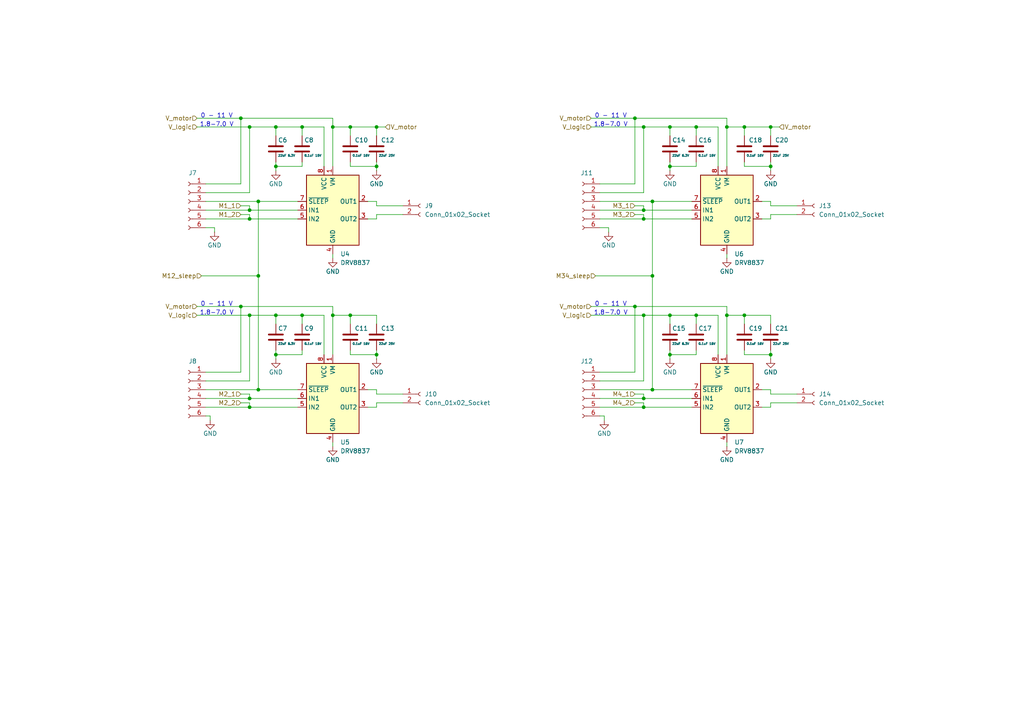
<source format=kicad_sch>
(kicad_sch (version 20231120) (generator "eeschema") (generator_version "8.0")
  (paper "A4")
  (lib_symbols
    (symbol "Connector:Conn_01x02_Socket" (pin_names (offset 1.016) hide)
      (property "Reference" "J" (at 0 2.54 0))
      (property "Value" "Conn_01x02_Socket" (at 0 -5.08 0))
      (symbol "Conn_01x02_Socket_1_1"
        (arc (start 0 -2.032) (mid -0.5058 -2.54) (end 0 -3.048) (stroke (width 0.1524)))
        (polyline (pts (xy -1.27 -2.54) (xy -0.508 -2.54)) (stroke (width 0.1524)))
        (polyline (pts (xy -1.27 0) (xy -0.508 0)) (stroke (width 0.1524)))
        (arc (start 0 0.508) (mid -0.5058 0) (end 0 -0.508) (stroke (width 0.1524)))
        (pin passive line (at -5.08 0 0) (length 3.81) (name "Pin_1") (number "1"))
        (pin passive line (at -5.08 -2.54 0) (length 3.81) (name "Pin_2") (number "2"))
      )
    )
    (symbol "Connector:Conn_01x06_Socket" (pin_names (offset 1.016) hide)
      (property "Reference" "J" (at 0 7.62 0))
      (property "Value" "Conn_01x06_Socket" (at 0 -10.16 0))
      (symbol "Conn_01x06_Socket_1_1"
        (arc (start 0 -7.112) (mid -0.5058 -7.62) (end 0 -8.128) (stroke (width 0.1524)))
        (arc (start 0 -4.572) (mid -0.5058 -5.08) (end 0 -5.588) (stroke (width 0.1524)))
        (arc (start 0 -2.032) (mid -0.5058 -2.54) (end 0 -3.048) (stroke (width 0.1524)))
        (polyline (pts (xy -1.27 -7.62) (xy -0.508 -7.62)) (stroke (width 0.1524)))
        (polyline (pts (xy -1.27 -5.08) (xy -0.508 -5.08)) (stroke (width 0.1524)))
        (polyline (pts (xy -1.27 -2.54) (xy -0.508 -2.54)) (stroke (width 0.1524)))
        (polyline (pts (xy -1.27 0) (xy -0.508 0)) (stroke (width 0.1524)))
        (polyline (pts (xy -1.27 2.54) (xy -0.508 2.54)) (stroke (width 0.1524)))
        (polyline (pts (xy -1.27 5.08) (xy -0.508 5.08)) (stroke (width 0.1524)))
        (arc (start 0 0.508) (mid -0.5058 0) (end 0 -0.508) (stroke (width 0.1524)))
        (arc (start 0 3.048) (mid -0.5058 2.54) (end 0 2.032) (stroke (width 0.1524)))
        (arc (start 0 5.588) (mid -0.5058 5.08) (end 0 4.572) (stroke (width 0.1524)))
        (pin passive line (at -5.08 5.08 0) (length 3.81) (name "Pin_1") (number "1"))
        (pin passive line (at -5.08 2.54 0) (length 3.81) (name "Pin_2") (number "2"))
        (pin passive line (at -5.08 0 0) (length 3.81) (name "Pin_3") (number "3"))
        (pin passive line (at -5.08 -2.54 0) (length 3.81) (name "Pin_4") (number "4"))
        (pin passive line (at -5.08 -5.08 0) (length 3.81) (name "Pin_5") (number "5"))
        (pin passive line (at -5.08 -7.62 0) (length 3.81) (name "Pin_6") (number "6"))
      )
    )
    (symbol "Device:C" (pin_numbers hide) (pin_names (offset 0.254))
      (property "Reference" "C" (at 0.635 2.54 0))
      (property "Value" "C" (at 0.635 -2.54 0))
      (symbol "C_0_1"
        (polyline (pts (xy -2.032 -0.762) (xy 2.032 -0.762)) (stroke (width 0.508)))
        (polyline (pts (xy -2.032 0.762) (xy 2.032 0.762)) (stroke (width 0.508)))
      )
      (symbol "C_1_1"
        (pin passive line (at 0 3.81 270) (length 2.794) (name "~") (number "1"))
        (pin passive line (at 0 -3.81 90) (length 2.794) (name "~") (number "2"))
      )
    )
    (symbol "Driver_Motor:DRV8837"
      (property "Reference" "U2" (at 2.1941 -12.7 0))
      (property "Value" "DRV8837" (at 2.1941 -15.24 0))
      (symbol "DRV8837_0_1"
        (rectangle (start -7.62 10.16) (end 7.62 -10.16) (stroke (width 0.254)) (fill (type background)))
      )
      (symbol "DRV8837_1_1"
        (pin power_in line (at 0 12.7 270) (length 2.54) (name "VM") (number "1"))
        (pin output line (at 10.16 2.54 180) (length 2.54) (name "OUT1") (number "2"))
        (pin output line (at 10.16 -2.54 180) (length 2.54) (name "OUT2") (number "3"))
        (pin power_in line (at 0 -12.7 90) (length 2.54) (name "GND") (number "4"))
        (pin input line (at -10.16 -2.54 0) (length 2.54) (name "IN2") (number "5"))
        (pin input line (at -10.16 0 0) (length 2.54) (name "IN1") (number "6"))
        (pin input line (at -10.16 2.54 0) (length 2.54) (name "~{SLEEP}") (number "7"))
        (pin power_in line (at -2.54 12.7 270) (length 2.54) (name "VCC") (number "8"))
        (pin passive line (at 0 -12.7 90) (length 2.54) hide (name "GND") (number "9"))
      )
    )
    (symbol "power:GND" (power) (pin_numbers hide) (pin_names (offset 0) hide)
      (property "Value" "GND" (at 0 -3.81 0))
      (symbol "GND_0_1"
        (polyline (pts (xy 0 0) (xy 0 -1.27) (xy 1.27 -1.27) (xy 0 -2.54) (xy -1.27 -1.27) (xy 0 -1.27)))
      )
      (symbol "GND_1_1"
        (pin power_in line (at 0 0 270) (length 0) (name "~") (number "1"))
      )
    )
  )
  (junction (at 215.9 91.44))
  (junction (at 80.01 102.87))
  (junction (at 215.9 36.83))
  (junction (at 186.69 36.83))
  (junction (at 194.31 91.44))
  (junction (at 87.63 91.44))
  (junction (at 189.23 58.42))
  (junction (at 69.85 34.29))
  (junction (at 186.69 115.57))
  (junction (at 72.39 60.96))
  (junction (at 72.39 91.44))
  (junction (at 194.31 102.87))
  (junction (at 101.6 91.44))
  (junction (at 72.39 115.57))
  (junction (at 194.31 36.83))
  (junction (at 72.39 63.5))
  (junction (at 223.52 36.83))
  (junction (at 74.93 113.03))
  (junction (at 101.6 36.83))
  (junction (at 189.23 80.01))
  (junction (at 189.23 113.03))
  (junction (at 186.69 63.5))
  (junction (at 186.69 118.11))
  (junction (at 80.01 36.83))
  (junction (at 87.63 36.83))
  (junction (at 223.52 102.87))
  (junction (at 96.52 36.83))
  (junction (at 80.01 48.26))
  (junction (at 72.39 36.83))
  (junction (at 186.69 91.44))
  (junction (at 96.52 91.44))
  (junction (at 194.31 48.26))
  (junction (at 109.22 48.26))
  (junction (at 109.22 36.83))
  (junction (at 184.15 88.9))
  (junction (at 210.82 91.44))
  (junction (at 74.93 80.01))
  (junction (at 186.69 60.96))
  (junction (at 74.93 58.42))
  (junction (at 201.93 36.83))
  (junction (at 109.22 102.87))
  (junction (at 80.01 91.44))
  (junction (at 201.93 91.44))
  (junction (at 184.15 34.29))
  (junction (at 72.39 118.11))
  (junction (at 210.82 36.83))
  (junction (at 69.85 88.9))
  (junction (at 223.52 48.26))
  (wire (pts (xy 184.15 59.69) (xy 186.69 59.69)))
  (wire (pts (xy 80.01 48.26) (xy 80.01 49.53)))
  (wire (pts (xy 101.6 91.44) (xy 109.22 91.44)))
  (wire (pts (xy 194.31 91.44) (xy 194.31 93.98)))
  (wire (pts (xy 72.39 91.44) (xy 80.01 91.44)))
  (wire (pts (xy 215.9 36.83) (xy 215.9 39.37)))
  (wire (pts (xy 72.39 116.84) (xy 72.39 118.11)))
  (wire (pts (xy 109.22 114.3) (xy 116.84 114.3)))
  (wire (pts (xy 80.01 102.87) (xy 80.01 101.6)))
  (wire (pts (xy 109.22 118.11) (xy 109.22 116.84)))
  (wire (pts (xy 72.39 55.88) (xy 72.39 36.83)))
  (wire (pts (xy 101.6 36.83) (xy 109.22 36.83)))
  (wire (pts (xy 74.93 58.42) (xy 74.93 80.01)))
  (wire (pts (xy 109.22 102.87) (xy 109.22 104.14)))
  (wire (pts (xy 223.52 48.26) (xy 223.52 49.53)))
  (wire (pts (xy 72.39 36.83) (xy 80.01 36.83)))
  (wire (pts (xy 69.85 88.9) (xy 69.85 107.95)))
  (wire (pts (xy 223.52 102.87) (xy 223.52 104.14)))
  (wire (pts (xy 93.98 91.44) (xy 87.63 91.44)))
  (wire (pts (xy 220.98 63.5) (xy 223.52 63.5)))
  (wire (pts (xy 72.39 110.49) (xy 72.39 91.44)))
  (wire (pts (xy 109.22 48.26) (xy 109.22 46.99)))
  (wire (pts (xy 215.9 36.83) (xy 223.52 36.83)))
  (wire (pts (xy 186.69 36.83) (xy 194.31 36.83)))
  (wire (pts (xy 186.69 55.88) (xy 186.69 36.83)))
  (wire (pts (xy 194.31 48.26) (xy 194.31 49.53)))
  (wire (pts (xy 96.52 34.29) (xy 96.52 36.83)))
  (wire (pts (xy 186.69 118.11) (xy 200.66 118.11)))
  (wire (pts (xy 201.93 48.26) (xy 194.31 48.26)))
  (wire (pts (xy 106.68 118.11) (xy 109.22 118.11)))
  (wire (pts (xy 220.98 118.11) (xy 223.52 118.11)))
  (wire (pts (xy 210.82 91.44) (xy 210.82 102.87)))
  (wire (pts (xy 186.69 63.5) (xy 200.66 63.5)))
  (wire (pts (xy 69.85 88.9) (xy 96.52 88.9)))
  (wire (pts (xy 57.15 91.44) (xy 72.39 91.44)))
  (wire (pts (xy 96.52 91.44) (xy 101.6 91.44)))
  (wire (pts (xy 223.52 62.23) (xy 231.14 62.23)))
  (wire (pts (xy 189.23 113.03) (xy 200.66 113.03)))
  (wire (pts (xy 194.31 102.87) (xy 194.31 104.14)))
  (wire (pts (xy 220.98 113.03) (xy 223.52 113.03)))
  (wire (pts (xy 173.99 63.5) (xy 186.69 63.5)))
  (wire (pts (xy 194.31 36.83) (xy 201.93 36.83)))
  (wire (pts (xy 109.22 59.69) (xy 116.84 59.69)))
  (wire (pts (xy 80.01 48.26) (xy 80.01 46.99)))
  (wire (pts (xy 96.52 88.9) (xy 96.52 91.44)))
  (wire (pts (xy 223.52 58.42) (xy 223.52 59.69)))
  (wire (pts (xy 184.15 114.3) (xy 186.69 114.3)))
  (wire (pts (xy 87.63 102.87) (xy 80.01 102.87)))
  (wire (pts (xy 96.52 36.83) (xy 101.6 36.83)))
  (wire (pts (xy 109.22 63.5) (xy 109.22 62.23)))
  (wire (pts (xy 173.99 120.65) (xy 175.26 120.65)))
  (wire (pts (xy 223.52 113.03) (xy 223.52 114.3)))
  (wire (pts (xy 210.82 91.44) (xy 215.9 91.44)))
  (wire (pts (xy 223.52 91.44) (xy 223.52 93.98)))
  (wire (pts (xy 186.69 115.57) (xy 200.66 115.57)))
  (wire (pts (xy 210.82 73.66) (xy 210.82 74.93)))
  (wire (pts (xy 57.15 34.29) (xy 69.85 34.29)))
  (wire (pts (xy 69.85 34.29) (xy 96.52 34.29)))
  (wire (pts (xy 173.99 58.42) (xy 189.23 58.42)))
  (wire (pts (xy 72.39 60.96) (xy 86.36 60.96)))
  (wire (pts (xy 186.69 116.84) (xy 186.69 118.11)))
  (wire (pts (xy 184.15 62.23) (xy 186.69 62.23)))
  (wire (pts (xy 208.28 36.83) (xy 201.93 36.83)))
  (wire (pts (xy 80.01 91.44) (xy 80.01 93.98)))
  (wire (pts (xy 87.63 48.26) (xy 80.01 48.26)))
  (wire (pts (xy 194.31 48.26) (xy 194.31 46.99)))
  (wire (pts (xy 210.82 128.27) (xy 210.82 129.54)))
  (wire (pts (xy 201.93 102.87) (xy 194.31 102.87)))
  (wire (pts (xy 201.93 91.44) (xy 201.93 93.98)))
  (wire (pts (xy 59.69 113.03) (xy 74.93 113.03)))
  (wire (pts (xy 173.99 60.96) (xy 186.69 60.96)))
  (wire (pts (xy 109.22 36.83) (xy 109.22 39.37)))
  (wire (pts (xy 173.99 55.88) (xy 186.69 55.88)))
  (wire (pts (xy 57.15 88.9) (xy 69.85 88.9)))
  (wire (pts (xy 215.9 48.26) (xy 223.52 48.26)))
  (wire (pts (xy 184.15 116.84) (xy 186.69 116.84)))
  (wire (pts (xy 223.52 102.87) (xy 223.52 101.6)))
  (wire (pts (xy 101.6 91.44) (xy 101.6 93.98)))
  (wire (pts (xy 96.52 36.83) (xy 96.52 48.26)))
  (wire (pts (xy 171.45 88.9) (xy 184.15 88.9)))
  (wire (pts (xy 87.63 36.83) (xy 87.63 39.37)))
  (wire (pts (xy 62.23 66.04) (xy 62.23 67.31)))
  (wire (pts (xy 186.69 59.69) (xy 186.69 60.96)))
  (wire (pts (xy 80.01 91.44) (xy 87.63 91.44)))
  (wire (pts (xy 223.52 118.11) (xy 223.52 116.84)))
  (wire (pts (xy 59.69 60.96) (xy 72.39 60.96)))
  (wire (pts (xy 93.98 102.87) (xy 93.98 91.44)))
  (wire (pts (xy 189.23 58.42) (xy 200.66 58.42)))
  (wire (pts (xy 201.93 101.6) (xy 201.93 102.87)))
  (wire (pts (xy 210.82 36.83) (xy 210.82 48.26)))
  (wire (pts (xy 72.39 59.69) (xy 72.39 60.96)))
  (wire (pts (xy 101.6 46.99) (xy 101.6 48.26)))
  (wire (pts (xy 109.22 102.87) (xy 109.22 101.6)))
  (wire (pts (xy 210.82 88.9) (xy 210.82 91.44)))
  (wire (pts (xy 106.68 63.5) (xy 109.22 63.5)))
  (wire (pts (xy 101.6 102.87) (xy 109.22 102.87)))
  (wire (pts (xy 93.98 48.26) (xy 93.98 36.83)))
  (wire (pts (xy 57.15 36.83) (xy 72.39 36.83)))
  (wire (pts (xy 96.52 73.66) (xy 96.52 74.93)))
  (wire (pts (xy 215.9 91.44) (xy 215.9 93.98)))
  (wire (pts (xy 172.72 80.01) (xy 189.23 80.01)))
  (wire (pts (xy 208.28 102.87) (xy 208.28 91.44)))
  (wire (pts (xy 59.69 110.49) (xy 72.39 110.49)))
  (wire (pts (xy 173.99 66.04) (xy 176.53 66.04)))
  (wire (pts (xy 59.69 58.42) (xy 74.93 58.42)))
  (wire (pts (xy 109.22 116.84) (xy 116.84 116.84)))
  (wire (pts (xy 106.68 58.42) (xy 109.22 58.42)))
  (wire (pts (xy 101.6 36.83) (xy 101.6 39.37)))
  (wire (pts (xy 186.69 62.23) (xy 186.69 63.5)))
  (wire (pts (xy 194.31 36.83) (xy 194.31 39.37)))
  (wire (pts (xy 87.63 101.6) (xy 87.63 102.87)))
  (wire (pts (xy 173.99 110.49) (xy 186.69 110.49)))
  (wire (pts (xy 171.45 91.44) (xy 186.69 91.44)))
  (wire (pts (xy 184.15 53.34) (xy 184.15 34.29)))
  (wire (pts (xy 215.9 102.87) (xy 223.52 102.87)))
  (wire (pts (xy 80.01 102.87) (xy 80.01 104.14)))
  (wire (pts (xy 194.31 102.87) (xy 194.31 101.6)))
  (wire (pts (xy 101.6 48.26) (xy 109.22 48.26)))
  (wire (pts (xy 72.39 115.57) (xy 86.36 115.57)))
  (wire (pts (xy 72.39 62.23) (xy 72.39 63.5)))
  (wire (pts (xy 109.22 113.03) (xy 109.22 114.3)))
  (wire (pts (xy 74.93 113.03) (xy 86.36 113.03)))
  (wire (pts (xy 215.9 46.99) (xy 215.9 48.26)))
  (wire (pts (xy 59.69 53.34) (xy 69.85 53.34)))
  (wire (pts (xy 80.01 36.83) (xy 80.01 39.37)))
  (wire (pts (xy 59.69 120.65) (xy 60.96 120.65)))
  (wire (pts (xy 72.39 63.5) (xy 86.36 63.5)))
  (wire (pts (xy 109.22 91.44) (xy 109.22 93.98)))
  (wire (pts (xy 60.96 120.65) (xy 60.96 121.92)))
  (wire (pts (xy 87.63 46.99) (xy 87.63 48.26)))
  (wire (pts (xy 173.99 113.03) (xy 189.23 113.03)))
  (wire (pts (xy 87.63 91.44) (xy 87.63 93.98)))
  (wire (pts (xy 74.93 80.01) (xy 74.93 113.03)))
  (wire (pts (xy 80.01 36.83) (xy 87.63 36.83)))
  (wire (pts (xy 220.98 58.42) (xy 223.52 58.42)))
  (wire (pts (xy 223.52 59.69) (xy 231.14 59.69)))
  (wire (pts (xy 175.26 120.65) (xy 175.26 121.92)))
  (wire (pts (xy 59.69 118.11) (xy 72.39 118.11)))
  (wire (pts (xy 109.22 48.26) (xy 109.22 49.53)))
  (wire (pts (xy 173.99 107.95) (xy 184.15 107.95)))
  (wire (pts (xy 59.69 115.57) (xy 72.39 115.57)))
  (wire (pts (xy 208.28 91.44) (xy 201.93 91.44)))
  (wire (pts (xy 93.98 36.83) (xy 87.63 36.83)))
  (wire (pts (xy 59.69 63.5) (xy 72.39 63.5)))
  (wire (pts (xy 69.85 116.84) (xy 72.39 116.84)))
  (wire (pts (xy 184.15 88.9) (xy 184.15 107.95)))
  (wire (pts (xy 72.39 118.11) (xy 86.36 118.11)))
  (wire (pts (xy 69.85 53.34) (xy 69.85 34.29)))
  (wire (pts (xy 186.69 91.44) (xy 194.31 91.44)))
  (wire (pts (xy 223.52 48.26) (xy 223.52 46.99)))
  (wire (pts (xy 223.52 63.5) (xy 223.52 62.23)))
  (wire (pts (xy 223.52 114.3) (xy 231.14 114.3)))
  (wire (pts (xy 223.52 36.83) (xy 223.52 39.37)))
  (wire (pts (xy 96.52 91.44) (xy 96.52 102.87)))
  (wire (pts (xy 109.22 36.83) (xy 111.76 36.83)))
  (wire (pts (xy 74.93 58.42) (xy 86.36 58.42)))
  (wire (pts (xy 171.45 34.29) (xy 184.15 34.29)))
  (wire (pts (xy 59.69 107.95) (xy 69.85 107.95)))
  (wire (pts (xy 59.69 55.88) (xy 72.39 55.88)))
  (wire (pts (xy 210.82 36.83) (xy 215.9 36.83)))
  (wire (pts (xy 186.69 110.49) (xy 186.69 91.44)))
  (wire (pts (xy 215.9 91.44) (xy 223.52 91.44)))
  (wire (pts (xy 189.23 58.42) (xy 189.23 80.01)))
  (wire (pts (xy 176.53 66.04) (xy 176.53 67.31)))
  (wire (pts (xy 186.69 60.96) (xy 200.66 60.96)))
  (wire (pts (xy 189.23 80.01) (xy 189.23 113.03)))
  (wire (pts (xy 109.22 62.23) (xy 116.84 62.23)))
  (wire (pts (xy 58.42 80.01) (xy 74.93 80.01)))
  (wire (pts (xy 208.28 48.26) (xy 208.28 36.83)))
  (wire (pts (xy 184.15 88.9) (xy 210.82 88.9)))
  (wire (pts (xy 59.69 66.04) (xy 62.23 66.04)))
  (wire (pts (xy 210.82 34.29) (xy 210.82 36.83)))
  (wire (pts (xy 101.6 101.6) (xy 101.6 102.87)))
  (wire (pts (xy 171.45 36.83) (xy 186.69 36.83)))
  (wire (pts (xy 173.99 118.11) (xy 186.69 118.11)))
  (wire (pts (xy 223.52 116.84) (xy 231.14 116.84)))
  (wire (pts (xy 223.52 36.83) (xy 226.06 36.83)))
  (wire (pts (xy 184.15 34.29) (xy 210.82 34.29)))
  (wire (pts (xy 109.22 58.42) (xy 109.22 59.69)))
  (wire (pts (xy 201.93 46.99) (xy 201.93 48.26)))
  (wire (pts (xy 106.68 113.03) (xy 109.22 113.03)))
  (wire (pts (xy 69.85 114.3) (xy 72.39 114.3)))
  (wire (pts (xy 173.99 115.57) (xy 186.69 115.57)))
  (wire (pts (xy 173.99 53.34) (xy 184.15 53.34)))
  (wire (pts (xy 96.52 128.27) (xy 96.52 129.54)))
  (wire (pts (xy 69.85 62.23) (xy 72.39 62.23)))
  (wire (pts (xy 72.39 114.3) (xy 72.39 115.57)))
  (wire (pts (xy 215.9 101.6) (xy 215.9 102.87)))
  (wire (pts (xy 69.85 59.69) (xy 72.39 59.69)))
  (wire (pts (xy 186.69 114.3) (xy 186.69 115.57)))
  (wire (pts (xy 201.93 36.83) (xy 201.93 39.37)))
  (wire (pts (xy 194.31 91.44) (xy 201.93 91.44)))
  (text "1.8-7.0 V" (at 177.165 36.195 0) (effects (font (size 1.27 1.27))))
  (text "1.8-7.0 V" (at 62.865 90.805 0) (effects (font (size 1.27 1.27))))
  (text "0 - 11 V" (at 177.165 33.655 0) (effects (font (size 1.27 1.27))))
  (text "0 - 11 V" (at 62.865 33.655 0) (effects (font (size 1.27 1.27))))
  (text "1.8-7.0 V" (at 62.865 36.195 0) (effects (font (size 1.27 1.27))))
  (text "1.8-7.0 V" (at 177.165 90.805 0) (effects (font (size 1.27 1.27))))
  (text "0 - 11 V" (at 177.165 88.265 0) (effects (font (size 1.27 1.27))))
  (text "0 - 11 V" (at 62.865 88.265 0) (effects (font (size 1.27 1.27))))
  (hierarchical_label "M34_sleep" (shape input) (at 172.72 80.01 180))
  (hierarchical_label "M2_1" (shape input) (at 69.85 114.3 180))
  (hierarchical_label "V_motor" (shape input) (at 226.06 36.83 0))
  (hierarchical_label "V_motor" (shape input) (at 57.15 88.9 180))
  (hierarchical_label "V_motor" (shape input) (at 57.15 34.29 180))
  (hierarchical_label "M4_1" (shape input) (at 184.15 114.3 180))
  (hierarchical_label "V_motor" (shape input) (at 171.45 34.29 180))
  (hierarchical_label "V_logic" (shape input) (at 171.45 36.83 180))
  (hierarchical_label "M2_2" (shape input) (at 69.85 116.84 180))
  (hierarchical_label "V_logic" (shape input) (at 171.45 91.44 180))
  (hierarchical_label "M4_2" (shape input) (at 184.15 116.84 180))
  (hierarchical_label "M3_1" (shape input) (at 184.15 59.69 180))
  (hierarchical_label "V_logic" (shape input) (at 57.15 36.83 180))
  (hierarchical_label "M12_sleep" (shape input) (at 58.42 80.01 180))
  (hierarchical_label "V_logic" (shape input) (at 57.15 91.44 180))
  (hierarchical_label "M3_2" (shape input) (at 184.15 62.23 180))
  (hierarchical_label "V_motor" (shape input) (at 111.76 36.83 0))
  (hierarchical_label "M1_2" (shape input) (at 69.85 62.23 180))
  (hierarchical_label "M1_1" (shape input) (at 69.85 59.69 180))
  (hierarchical_label "V_motor" (shape input) (at 171.45 88.9 180))
  (symbol (lib_id "power:GND") (at 62.23 67.31 0) (unit 1)
    (property "Reference" "#PWR010" (effects (hide yes)))
    (property "Value" "GND" (at 62.23 71.12 0))
    (property "Description" "Power symbol creates a global label with name \"GND\" , ground" (effects (hide yes)))
  )
  (symbol (lib_id "power:GND") (at 210.82 74.93 0) (unit 1)
    (property "Reference" "#PWR021" (effects (hide yes)))
    (property "Value" "GND" (at 210.82 78.74 0))
    (property "Description" "Power symbol creates a global label with name \"GND\" , ground" (effects (hide yes)))
  )
  (symbol (lib_id "power:GND") (at 96.52 74.93 0) (unit 1)
    (property "Reference" "#PWR013" (effects (hide yes)))
    (property "Value" "GND" (at 96.52 78.74 0))
    (property "Description" "Power symbol creates a global label with name \"GND\" , ground" (effects (hide yes)))
  )
  (symbol (lib_id "Device:C") (at 109.22 43.18 0) (unit 1)
    (property "Reference" "C12" (at 110.49 40.64 0) (effects (justify left)))
    (property "Value" "22uF 25V" (at 109.855 45.085 0) (effects (font (size 0.635 0.635)) (justify left)))
    (property "Footprint" "Capacitor_SMD:C_0805_2012Metric" (effects (hide yes)))
    (property "Datasheet" "https://jlcpcb.com/api/file/downloadByFileSystemAccessId/8555544417670705152" (effects (hide yes)))
    (property "Description" "25V 22uF X5R ±20% 0805 Multilayer Ceramic Capacitors MLCC - SMD/SMT ROHS" (effects (hide yes)))
    (property "MANF#" "CL21A226MAQNNNE" (effects (hide yes)))
    (property "MANF" "Samsung Electro-Mechanics" (effects (hide yes)))
    (property "JLCPCB#" "C45783" (effects (hide yes)))
    (property "LCSC Part #" "C45783" (effects (hide yes)))
  )
  (symbol (lib_id "Device:C") (at 223.52 43.18 0) (unit 1)
    (property "Reference" "C20" (at 224.79 40.64 0) (effects (justify left)))
    (property "Value" "22uF 25V" (at 224.155 45.085 0) (effects (font (size 0.635 0.635)) (justify left)))
    (property "Footprint" "Capacitor_SMD:C_0805_2012Metric" (effects (hide yes)))
    (property "Datasheet" "https://jlcpcb.com/api/file/downloadByFileSystemAccessId/8555544417670705152" (effects (hide yes)))
    (property "Description" "25V 22uF X5R ±20% 0805 Multilayer Ceramic Capacitors MLCC - SMD/SMT ROHS" (effects (hide yes)))
    (property "MANF#" "CL21A226MAQNNNE" (effects (hide yes)))
    (property "MANF" "Samsung Electro-Mechanics" (effects (hide yes)))
    (property "JLCPCB#" "C45783" (effects (hide yes)))
    (property "LCSC Part #" "C45783" (effects (hide yes)))
  )
  (symbol (lib_id "Connector:Conn_01x02_Socket") (at 121.92 59.69 0) (unit 1)
    (property "Reference" "J9" (at 123.19 59.6899 0) (effects (justify left)))
    (property "Value" "Conn_01x02_Socket" (at 123.19 62.2299 0) (effects (justify left)))
    (property "Footprint" "Connector_PinSocket_2.54mm:PinSocket_1x02_P2.54mm_Vertical" (effects (hide yes)))
    (property "Description" "Generic connector, single row, 01x02, script generated" (effects (hide yes)))
  )
  (symbol (lib_id "Driver_Motor:DRV8837") (at 210.82 60.96 0) (unit 1)
    (property "Reference" "U6" (at 213.0141 73.66 0) (effects (justify left)))
    (property "Value" "DRV8837" (at 213.0141 76.2 0) (effects (justify left)))
    (property "Footprint" "Package_SON:WSON-8-1EP_2x2mm_P0.5mm_EP0.9x1.6mm" (effects (hide yes)))
    (property "Datasheet" "http://www.ti.com/lit/ds/symlink/drv8837.pdf" (effects (hide yes)))
    (property "Description" "H-Bridge driver, 1.8A, Low Voltage, PWM input, WSON-8" (effects (hide yes)))
    (property "JLCPCB#" "C39159" (effects (hide yes)))
    (property "LCSC Part #" "C39159" (effects (hide yes)))
  )
  (symbol (lib_id "Connector:Conn_01x02_Socket") (at 236.22 59.69 0) (unit 1)
    (property "Reference" "J13" (at 237.49 59.6899 0) (effects (justify left)))
    (property "Value" "Conn_01x02_Socket" (at 237.49 62.2299 0) (effects (justify left)))
    (property "Footprint" "Connector_PinSocket_2.54mm:PinSocket_1x02_P2.54mm_Vertical" (effects (hide yes)))
    (property "Description" "Generic connector, single row, 01x02, script generated" (effects (hide yes)))
  )
  (symbol (lib_id "power:GND") (at 109.22 104.14 0) (unit 1)
    (property "Reference" "#PWR016" (effects (hide yes)))
    (property "Value" "GND" (at 109.22 107.95 0))
    (property "Description" "Power symbol creates a global label with name \"GND\" , ground" (effects (hide yes)))
  )
  (symbol (lib_id "Connector:Conn_01x06_Socket") (at 168.91 113.03 0) (mirror y) (unit 1)
    (property "Reference" "J12" (at 170.18 104.775 0))
    (property "Value" "Conn_01x06_Socket" (effects (hide yes)))
    (property "Footprint" "Connector_PinHeader_1.27mm:PinHeader_1x06_P1.27mm_Vertical" (effects (hide yes)))
    (property "Description" "Generic connector, single row, 01x06, script generated" (effects (hide yes)))
  )
  (symbol (lib_id "Device:C") (at 201.93 43.18 0) (unit 1)
    (property "Reference" "C16" (at 202.565 40.64 0) (effects (justify left)))
    (property "Value" "0.1uF 16V" (at 202.565 45.085 0) (effects (font (size 0.635 0.635)) (justify left)))
    (property "Footprint" "Capacitor_SMD:C_0402_1005Metric" (effects (hide yes)))
    (property "Datasheet" "16V 100nF X7R ±10% 0402 Multilayer Ceramic Capacitors MLCC - SMD/SMT ROHS" (effects (hide yes)))
    (property "Description" "16V 100nF X7R ±10% 0402 Multilayer Ceramic Capacitors MLCC - SMD/SMT ROHS" (effects (hide yes)))
    (property "MANF#" "CL05B104KO5NNNC" (effects (hide yes)))
    (property "MANF" "Samsung Electro-Mechanics" (effects (hide yes)))
    (property "JLCPCB#" "C1525" (effects (hide yes)))
    (property "LCSC Part #" "C1525" (effects (hide yes)))
  )
  (symbol (lib_id "Connector:Conn_01x02_Socket") (at 121.92 114.3 0) (unit 1)
    (property "Reference" "J10" (at 123.19 114.2999 0) (effects (justify left)))
    (property "Value" "Conn_01x02_Socket" (at 123.19 116.8399 0) (effects (justify left)))
    (property "Footprint" "Connector_PinSocket_2.54mm:PinSocket_1x02_P2.54mm_Vertical" (effects (hide yes)))
    (property "Description" "Generic connector, single row, 01x02, script generated" (effects (hide yes)))
  )
  (symbol (lib_id "Device:C") (at 109.22 97.79 0) (unit 1)
    (property "Reference" "C13" (at 110.49 95.25 0) (effects (justify left)))
    (property "Value" "22uF 25V" (at 109.855 99.695 0) (effects (font (size 0.635 0.635)) (justify left)))
    (property "Footprint" "Capacitor_SMD:C_0805_2012Metric" (effects (hide yes)))
    (property "Datasheet" "https://jlcpcb.com/api/file/downloadByFileSystemAccessId/8555544417670705152" (effects (hide yes)))
    (property "Description" "25V 22uF X5R ±20% 0805 Multilayer Ceramic Capacitors MLCC - SMD/SMT ROHS" (effects (hide yes)))
    (property "MANF#" "CL21A226MAQNNNE" (effects (hide yes)))
    (property "MANF" "Samsung Electro-Mechanics" (effects (hide yes)))
    (property "JLCPCB#" "C45783" (effects (hide yes)))
    (property "LCSC Part #" "C45783" (effects (hide yes)))
  )
  (symbol (lib_id "Device:C") (at 194.31 97.79 0) (unit 1)
    (property "Reference" "C15" (at 194.945 95.25 0) (effects (justify left)))
    (property "Value" "22uF 6.3V" (at 194.945 99.695 0) (effects (font (size 0.635 0.635)) (justify left)))
    (property "Footprint" "Capacitor_SMD:C_0603_1608Metric" (effects (hide yes)))
    (property "Datasheet" "https://jlcpcb.com/api/file/downloadByFileSystemAccessId/8555544417670705152" (effects (hide yes)))
    (property "Description" "6.3V 22uF X5R ±20% 0603 Multilayer Ceramic Capacitors" (effects (hide yes)))
    (property "MANF#" "CL10A226MQ8NRNC" (effects (hide yes)))
    (property "MANF" "Samsung Electro-Mechanics" (effects (hide yes)))
    (property "JLCPCB#" "C59461" (effects (hide yes)))
    (property "LCSC Part #" "C59461" (effects (hide yes)))
  )
  (symbol (lib_id "Device:C") (at 101.6 43.18 0) (unit 1)
    (property "Reference" "C10" (at 102.87 40.64 0) (effects (justify left)))
    (property "Value" "0.1uF 16V" (at 102.235 45.085 0) (effects (font (size 0.635 0.635)) (justify left)))
    (property "Footprint" "Capacitor_SMD:C_0402_1005Metric" (effects (hide yes)))
    (property "Datasheet" "16V 100nF X7R ±10% 0402 Multilayer Ceramic Capacitors MLCC - SMD/SMT ROHS" (effects (hide yes)))
    (property "Description" "16V 100nF X7R ±10% 0402 Multilayer Ceramic Capacitors MLCC - SMD/SMT ROHS" (effects (hide yes)))
    (property "MANF#" "CL05B104KO5NNNC" (effects (hide yes)))
    (property "MANF" "Samsung Electro-Mechanics" (effects (hide yes)))
    (property "JLCPCB#" "C1525" (effects (hide yes)))
    (property "LCSC Part #" "C1525" (effects (hide yes)))
  )
  (symbol (lib_id "power:GND") (at 176.53 67.31 0) (unit 1)
    (property "Reference" "#PWR018" (effects (hide yes)))
    (property "Value" "GND" (at 176.53 71.12 0))
    (property "Description" "Power symbol creates a global label with name \"GND\" , ground" (effects (hide yes)))
  )
  (symbol (lib_id "power:GND") (at 96.52 129.54 0) (unit 1)
    (property "Reference" "#PWR014" (effects (hide yes)))
    (property "Value" "GND" (at 96.52 133.35 0))
    (property "Description" "Power symbol creates a global label with name \"GND\" , ground" (effects (hide yes)))
  )
  (symbol (lib_id "power:GND") (at 60.96 121.92 0) (unit 1)
    (property "Reference" "#PWR09" (effects (hide yes)))
    (property "Value" "GND" (at 60.96 125.73 0))
    (property "Description" "Power symbol creates a global label with name \"GND\" , ground" (effects (hide yes)))
  )
  (symbol (lib_id "power:GND") (at 194.31 49.53 0) (unit 1)
    (property "Reference" "#PWR019" (effects (hide yes)))
    (property "Value" "GND" (at 194.31 53.34 0))
    (property "Description" "Power symbol creates a global label with name \"GND\" , ground" (effects (hide yes)))
  )
  (symbol (lib_id "Device:C") (at 87.63 97.79 0) (unit 1)
    (property "Reference" "C9" (at 88.265 95.25 0) (effects (justify left)))
    (property "Value" "0.1uF 16V" (at 88.265 99.695 0) (effects (font (size 0.635 0.635)) (justify left)))
    (property "Footprint" "Capacitor_SMD:C_0402_1005Metric" (effects (hide yes)))
    (property "Datasheet" "16V 100nF X7R ±10% 0402 Multilayer Ceramic Capacitors MLCC - SMD/SMT ROHS" (effects (hide yes)))
    (property "Description" "16V 100nF X7R ±10% 0402 Multilayer Ceramic Capacitors MLCC - SMD/SMT ROHS" (effects (hide yes)))
    (property "MANF#" "CL05B104KO5NNNC" (effects (hide yes)))
    (property "MANF" "Samsung Electro-Mechanics" (effects (hide yes)))
    (property "JLCPCB#" "C1525" (effects (hide yes)))
    (property "LCSC Part #" "C1525" (effects (hide yes)))
  )
  (symbol (lib_id "Device:C") (at 80.01 97.79 0) (unit 1)
    (property "Reference" "C7" (at 80.645 95.25 0) (effects (justify left)))
    (property "Value" "22uF 6.3V" (at 80.645 99.695 0) (effects (font (size 0.635 0.635)) (justify left)))
    (property "Footprint" "Capacitor_SMD:C_0603_1608Metric" (effects (hide yes)))
    (property "Datasheet" "https://jlcpcb.com/api/file/downloadByFileSystemAccessId/8555544417670705152" (effects (hide yes)))
    (property "Description" "6.3V 22uF X5R ±20% 0603 Multilayer Ceramic Capacitors" (effects (hide yes)))
    (property "MANF#" "CL10A226MQ8NRNC" (effects (hide yes)))
    (property "MANF" "Samsung Electro-Mechanics" (effects (hide yes)))
    (property "JLCPCB#" "C59461" (effects (hide yes)))
    (property "LCSC Part #" "C59461" (effects (hide yes)))
  )
  (symbol (lib_id "Device:C") (at 215.9 97.79 0) (unit 1)
    (property "Reference" "C19" (at 217.17 95.25 0) (effects (justify left)))
    (property "Value" "0.1uF 16V" (at 216.535 99.695 0) (effects (font (size 0.635 0.635)) (justify left)))
    (property "Footprint" "Capacitor_SMD:C_0402_1005Metric" (effects (hide yes)))
    (property "Datasheet" "16V 100nF X7R ±10% 0402 Multilayer Ceramic Capacitors MLCC - SMD/SMT ROHS" (effects (hide yes)))
    (property "Description" "16V 100nF X7R ±10% 0402 Multilayer Ceramic Capacitors MLCC - SMD/SMT ROHS" (effects (hide yes)))
    (property "MANF#" "CL05B104KO5NNNC" (effects (hide yes)))
    (property "MANF" "Samsung Electro-Mechanics" (effects (hide yes)))
    (property "JLCPCB#" "C1525" (effects (hide yes)))
    (property "LCSC Part #" "C1525" (effects (hide yes)))
  )
  (symbol (lib_id "power:GND") (at 223.52 49.53 0) (unit 1)
    (property "Reference" "#PWR023" (effects (hide yes)))
    (property "Value" "GND" (at 223.52 53.34 0))
    (property "Description" "Power symbol creates a global label with name \"GND\" , ground" (effects (hide yes)))
  )
  (symbol (lib_id "power:GND") (at 80.01 49.53 0) (unit 1)
    (property "Reference" "#PWR011" (effects (hide yes)))
    (property "Value" "GND" (at 80.01 53.34 0))
    (property "Description" "Power symbol creates a global label with name \"GND\" , ground" (effects (hide yes)))
  )
  (symbol (lib_id "Connector:Conn_01x06_Socket") (at 168.91 58.42 0) (mirror y) (unit 1)
    (property "Reference" "J11" (at 170.18 50.165 0))
    (property "Value" "Conn_01x06_Socket" (effects (hide yes)))
    (property "Footprint" "Connector_PinHeader_1.27mm:PinHeader_1x06_P1.27mm_Vertical" (effects (hide yes)))
    (property "Description" "Generic connector, single row, 01x06, script generated" (effects (hide yes)))
  )
  (symbol (lib_id "power:GND") (at 175.26 121.92 0) (unit 1)
    (property "Reference" "#PWR017" (effects (hide yes)))
    (property "Value" "GND" (at 175.26 125.73 0))
    (property "Description" "Power symbol creates a global label with name \"GND\" , ground" (effects (hide yes)))
  )
  (symbol (lib_id "power:GND") (at 80.01 104.14 0) (unit 1)
    (property "Reference" "#PWR012" (effects (hide yes)))
    (property "Value" "GND" (at 80.01 107.95 0))
    (property "Description" "Power symbol creates a global label with name \"GND\" , ground" (effects (hide yes)))
  )
  (symbol (lib_id "Device:C") (at 101.6 97.79 0) (unit 1)
    (property "Reference" "C11" (at 102.87 95.25 0) (effects (justify left)))
    (property "Value" "0.1uF 16V" (at 102.235 99.695 0) (effects (font (size 0.635 0.635)) (justify left)))
    (property "Footprint" "Capacitor_SMD:C_0402_1005Metric" (effects (hide yes)))
    (property "Datasheet" "16V 100nF X7R ±10% 0402 Multilayer Ceramic Capacitors MLCC - SMD/SMT ROHS" (effects (hide yes)))
    (property "Description" "16V 100nF X7R ±10% 0402 Multilayer Ceramic Capacitors MLCC - SMD/SMT ROHS" (effects (hide yes)))
    (property "MANF#" "CL05B104KO5NNNC" (effects (hide yes)))
    (property "MANF" "Samsung Electro-Mechanics" (effects (hide yes)))
    (property "JLCPCB#" "C1525" (effects (hide yes)))
    (property "LCSC Part #" "C1525" (effects (hide yes)))
  )
  (symbol (lib_id "Driver_Motor:DRV8837") (at 96.52 115.57 0) (unit 1)
    (property "Reference" "U5" (at 98.7141 128.27 0) (effects (justify left)))
    (property "Value" "DRV8837" (at 98.7141 130.81 0) (effects (justify left)))
    (property "Footprint" "Package_SON:WSON-8-1EP_2x2mm_P0.5mm_EP0.9x1.6mm" (effects (hide yes)))
    (property "Datasheet" "http://www.ti.com/lit/ds/symlink/drv8837.pdf" (effects (hide yes)))
    (property "Description" "H-Bridge driver, 1.8A, Low Voltage, PWM input, WSON-8" (effects (hide yes)))
    (property "JLCPCB#" "C39159" (effects (hide yes)))
    (property "LCSC Part #" "C39159" (effects (hide yes)))
  )
  (symbol (lib_id "power:GND") (at 194.31 104.14 0) (unit 1)
    (property "Reference" "#PWR020" (effects (hide yes)))
    (property "Value" "GND" (at 194.31 107.95 0))
    (property "Description" "Power symbol creates a global label with name \"GND\" , ground" (effects (hide yes)))
  )
  (symbol (lib_id "Device:C") (at 223.52 97.79 0) (unit 1)
    (property "Reference" "C21" (at 224.79 95.25 0) (effects (justify left)))
    (property "Value" "22uF 25V" (at 224.155 99.695 0) (effects (font (size 0.635 0.635)) (justify left)))
    (property "Footprint" "Capacitor_SMD:C_0805_2012Metric" (effects (hide yes)))
    (property "Datasheet" "https://jlcpcb.com/api/file/downloadByFileSystemAccessId/8555544417670705152" (effects (hide yes)))
    (property "Description" "25V 22uF X5R ±20% 0805 Multilayer Ceramic Capacitors MLCC - SMD/SMT ROHS" (effects (hide yes)))
    (property "MANF#" "CL21A226MAQNNNE" (effects (hide yes)))
    (property "MANF" "Samsung Electro-Mechanics" (effects (hide yes)))
    (property "JLCPCB#" "C45783" (effects (hide yes)))
    (property "LCSC Part #" "C45783" (effects (hide yes)))
  )
  (symbol (lib_id "Connector:Conn_01x02_Socket") (at 236.22 114.3 0) (unit 1)
    (property "Reference" "J14" (at 237.49 114.2999 0) (effects (justify left)))
    (property "Value" "Conn_01x02_Socket" (at 237.49 116.8399 0) (effects (justify left)))
    (property "Footprint" "Connector_PinSocket_2.54mm:PinSocket_1x02_P2.54mm_Vertical" (effects (hide yes)))
    (property "Description" "Generic connector, single row, 01x02, script generated" (effects (hide yes)))
  )
  (symbol (lib_id "power:GND") (at 223.52 104.14 0) (unit 1)
    (property "Reference" "#PWR024" (effects (hide yes)))
    (property "Value" "GND" (at 223.52 107.95 0))
    (property "Description" "Power symbol creates a global label with name \"GND\" , ground" (effects (hide yes)))
  )
  (symbol (lib_id "Device:C") (at 80.01 43.18 0) (unit 1)
    (property "Reference" "C6" (at 80.645 40.64 0) (effects (justify left)))
    (property "Value" "22uF 6.3V" (at 80.645 45.085 0) (effects (font (size 0.635 0.635)) (justify left)))
    (property "Footprint" "Capacitor_SMD:C_0603_1608Metric" (effects (hide yes)))
    (property "Datasheet" "https://jlcpcb.com/api/file/downloadByFileSystemAccessId/8555544417670705152" (effects (hide yes)))
    (property "Description" "6.3V 22uF X5R ±20% 0603 Multilayer Ceramic Capacitors" (effects (hide yes)))
    (property "MANF#" "CL10A226MQ8NRNC" (effects (hide yes)))
    (property "MANF" "Samsung Electro-Mechanics" (effects (hide yes)))
    (property "JLCPCB#" "C59461" (effects (hide yes)))
    (property "LCSC Part #" "C59461" (effects (hide yes)))
  )
  (symbol (lib_id "Device:C") (at 87.63 43.18 0) (unit 1)
    (property "Reference" "C8" (at 88.265 40.64 0) (effects (justify left)))
    (property "Value" "0.1uF 16V" (at 88.265 45.085 0) (effects (font (size 0.635 0.635)) (justify left)))
    (property "Footprint" "Capacitor_SMD:C_0402_1005Metric" (effects (hide yes)))
    (property "Datasheet" "16V 100nF X7R ±10% 0402 Multilayer Ceramic Capacitors MLCC - SMD/SMT ROHS" (effects (hide yes)))
    (property "Description" "16V 100nF X7R ±10% 0402 Multilayer Ceramic Capacitors MLCC - SMD/SMT ROHS" (effects (hide yes)))
    (property "MANF#" "CL05B104KO5NNNC" (effects (hide yes)))
    (property "MANF" "Samsung Electro-Mechanics" (effects (hide yes)))
    (property "JLCPCB#" "C1525" (effects (hide yes)))
    (property "LCSC Part #" "C1525" (effects (hide yes)))
  )
  (symbol (lib_id "Device:C") (at 201.93 97.79 0) (unit 1)
    (property "Reference" "C17" (at 202.565 95.25 0) (effects (justify left)))
    (property "Value" "0.1uF 16V" (at 202.565 99.695 0) (effects (font (size 0.635 0.635)) (justify left)))
    (property "Footprint" "Capacitor_SMD:C_0402_1005Metric" (effects (hide yes)))
    (property "Datasheet" "16V 100nF X7R ±10% 0402 Multilayer Ceramic Capacitors MLCC - SMD/SMT ROHS" (effects (hide yes)))
    (property "Description" "16V 100nF X7R ±10% 0402 Multilayer Ceramic Capacitors MLCC - SMD/SMT ROHS" (effects (hide yes)))
    (property "MANF#" "CL05B104KO5NNNC" (effects (hide yes)))
    (property "MANF" "Samsung Electro-Mechanics" (effects (hide yes)))
    (property "JLCPCB#" "C1525" (effects (hide yes)))
    (property "LCSC Part #" "C1525" (effects (hide yes)))
  )
  (symbol (lib_id "Connector:Conn_01x06_Socket") (at 54.61 58.42 0) (mirror y) (unit 1)
    (property "Reference" "J7" (at 55.88 50.165 0))
    (property "Value" "Conn_01x06_Socket" (effects (hide yes)))
    (property "Footprint" "Connector_PinHeader_1.27mm:PinHeader_1x06_P1.27mm_Vertical" (effects (hide yes)))
    (property "Description" "Generic connector, single row, 01x06, script generated" (effects (hide yes)))
  )
  (symbol (lib_id "Device:C") (at 194.31 43.18 0) (unit 1)
    (property "Reference" "C14" (at 194.945 40.64 0) (effects (justify left)))
    (property "Value" "22uF 6.3V" (at 194.945 45.085 0) (effects (font (size 0.635 0.635)) (justify left)))
    (property "Footprint" "Capacitor_SMD:C_0603_1608Metric" (effects (hide yes)))
    (property "Datasheet" "https://jlcpcb.com/api/file/downloadByFileSystemAccessId/8555544417670705152" (effects (hide yes)))
    (property "Description" "6.3V 22uF X5R ±20% 0603 Multilayer Ceramic Capacitors" (effects (hide yes)))
    (property "MANF#" "CL10A226MQ8NRNC" (effects (hide yes)))
    (property "MANF" "Samsung Electro-Mechanics" (effects (hide yes)))
    (property "JLCPCB#" "C59461" (effects (hide yes)))
    (property "LCSC Part #" "C59461" (effects (hide yes)))
  )
  (symbol (lib_id "Connector:Conn_01x06_Socket") (at 54.61 113.03 0) (mirror y) (unit 1)
    (property "Reference" "J8" (at 55.88 104.775 0))
    (property "Value" "Conn_01x06_Socket" (effects (hide yes)))
    (property "Footprint" "Connector_PinHeader_1.27mm:PinHeader_1x06_P1.27mm_Vertical" (effects (hide yes)))
    (property "Description" "Generic connector, single row, 01x06, script generated" (effects (hide yes)))
  )
  (symbol (lib_id "power:GND") (at 210.82 129.54 0) (unit 1)
    (property "Reference" "#PWR022" (effects (hide yes)))
    (property "Value" "GND" (at 210.82 133.35 0))
    (property "Description" "Power symbol creates a global label with name \"GND\" , ground" (effects (hide yes)))
  )
  (symbol (lib_id "Driver_Motor:DRV8837") (at 210.82 115.57 0) (unit 1)
    (property "Reference" "U7" (at 213.0141 128.27 0) (effects (justify left)))
    (property "Value" "DRV8837" (at 213.0141 130.81 0) (effects (justify left)))
    (property "Footprint" "Package_SON:WSON-8-1EP_2x2mm_P0.5mm_EP0.9x1.6mm" (effects (hide yes)))
    (property "Datasheet" "http://www.ti.com/lit/ds/symlink/drv8837.pdf" (effects (hide yes)))
    (property "Description" "H-Bridge driver, 1.8A, Low Voltage, PWM input, WSON-8" (effects (hide yes)))
    (property "JLCPCB#" "C39159" (effects (hide yes)))
    (property "LCSC Part #" "C39159" (effects (hide yes)))
  )
  (symbol (lib_id "power:GND") (at 109.22 49.53 0) (unit 1)
    (property "Reference" "#PWR015" (effects (hide yes)))
    (property "Value" "GND" (at 109.22 53.34 0))
    (property "Description" "Power symbol creates a global label with name \"GND\" , ground" (effects (hide yes)))
  )
  (symbol (lib_id "Driver_Motor:DRV8837") (at 96.52 60.96 0) (unit 1)
    (property "Reference" "U4" (at 98.7141 73.66 0) (effects (justify left)))
    (property "Value" "DRV8837" (at 98.7141 76.2 0) (effects (justify left)))
    (property "Footprint" "Package_SON:WSON-8-1EP_2x2mm_P0.5mm_EP0.9x1.6mm" (effects (hide yes)))
    (property "Datasheet" "http://www.ti.com/lit/ds/symlink/drv8837.pdf" (effects (hide yes)))
    (property "Description" "H-Bridge driver, 1.8A, Low Voltage, PWM input, WSON-8" (effects (hide yes)))
    (property "JLCPCB#" "C39159" (effects (hide yes)))
    (property "LCSC Part #" "C39159" (effects (hide yes)))
  )
  (symbol (lib_id "Device:C") (at 215.9 43.18 0) (unit 1)
    (property "Reference" "C18" (at 217.17 40.64 0) (effects (justify left)))
    (property "Value" "0.1uF 16V" (at 216.535 45.085 0) (effects (font (size 0.635 0.635)) (justify left)))
    (property "Footprint" "Capacitor_SMD:C_0402_1005Metric" (effects (hide yes)))
    (property "Datasheet" "16V 100nF X7R ±10% 0402 Multilayer Ceramic Capacitors MLCC - SMD/SMT ROHS" (effects (hide yes)))
    (property "Description" "16V 100nF X7R ±10% 0402 Multilayer Ceramic Capacitors MLCC - SMD/SMT ROHS" (effects (hide yes)))
    (property "MANF#" "CL05B104KO5NNNC" (effects (hide yes)))
    (property "MANF" "Samsung Electro-Mechanics" (effects (hide yes)))
    (property "JLCPCB#" "C1525" (effects (hide yes)))
    (property "LCSC Part #" "C1525" (effects (hide yes)))
  )
)
</source>
